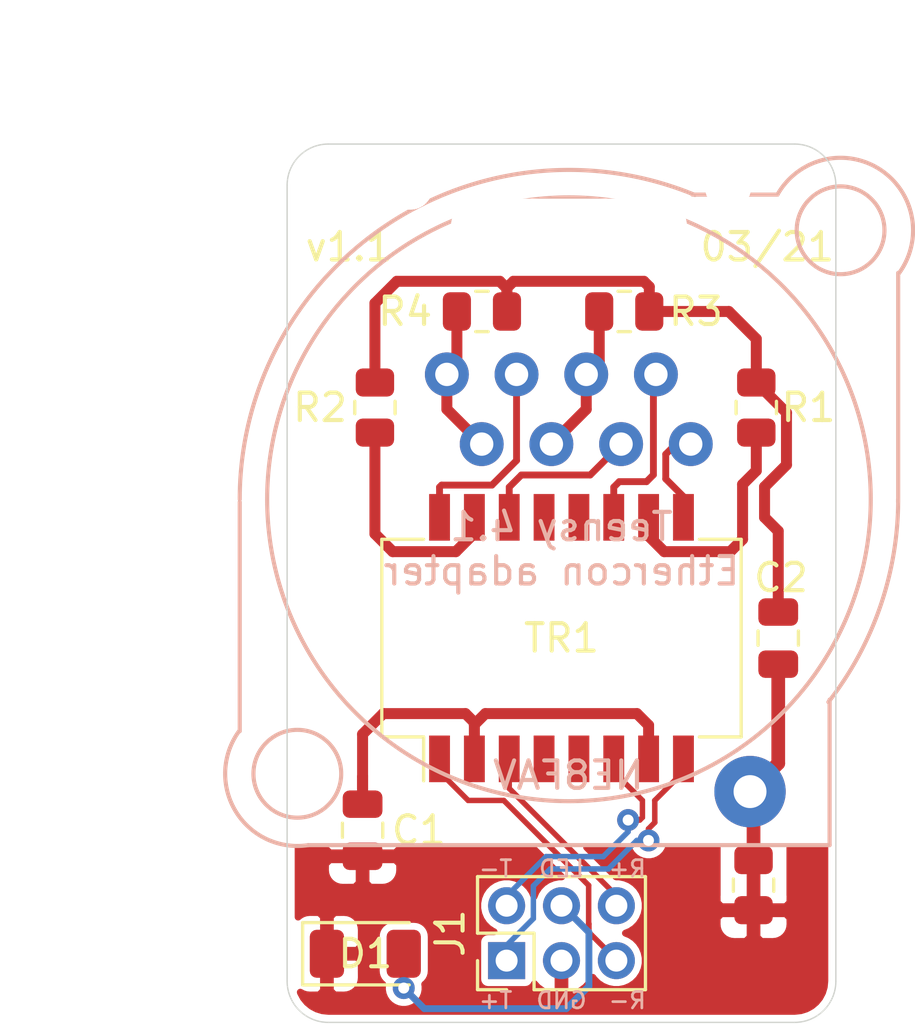
<source format=kicad_pcb>
(kicad_pcb (version 20171130) (host pcbnew 5.1.9)

  (general
    (thickness 1.6)
    (drawings 19)
    (tracks 122)
    (zones 0)
    (modules 12)
    (nets 18)
  )

  (page A4)
  (title_block
    (title "Teensy 4.1 Ethercon adapter")
    (date 2021-03-17)
    (rev 1.1)
    (company "Tom Magnier")
  )

  (layers
    (0 F.Cu signal)
    (31 B.Cu signal)
    (32 B.Adhes user)
    (33 F.Adhes user)
    (34 B.Paste user)
    (35 F.Paste user)
    (36 B.SilkS user)
    (37 F.SilkS user)
    (38 B.Mask user)
    (39 F.Mask user)
    (40 Dwgs.User user)
    (41 Cmts.User user)
    (42 Eco1.User user)
    (43 Eco2.User user)
    (44 Edge.Cuts user)
    (45 Margin user)
    (46 B.CrtYd user)
    (47 F.CrtYd user)
    (48 B.Fab user)
    (49 F.Fab user hide)
  )

  (setup
    (last_trace_width 0.25)
    (user_trace_width 0.2)
    (user_trace_width 0.4)
    (user_trace_width 0.5)
    (trace_clearance 0.2)
    (zone_clearance 0.25)
    (zone_45_only no)
    (trace_min 0.2)
    (via_size 0.8)
    (via_drill 0.4)
    (via_min_size 0.4)
    (via_min_drill 0.3)
    (uvia_size 0.3)
    (uvia_drill 0.1)
    (uvias_allowed no)
    (uvia_min_size 0.2)
    (uvia_min_drill 0.1)
    (edge_width 0.05)
    (segment_width 0.2)
    (pcb_text_width 0.3)
    (pcb_text_size 1.5 1.5)
    (mod_edge_width 0.12)
    (mod_text_size 1 1)
    (mod_text_width 0.15)
    (pad_size 1.524 1.524)
    (pad_drill 0.762)
    (pad_to_mask_clearance 0)
    (aux_axis_origin 135 115)
    (visible_elements FFFFFF7F)
    (pcbplotparams
      (layerselection 0x010f8_ffffffff)
      (usegerberextensions true)
      (usegerberattributes false)
      (usegerberadvancedattributes false)
      (creategerberjobfile true)
      (excludeedgelayer true)
      (linewidth 0.100000)
      (plotframeref false)
      (viasonmask false)
      (mode 1)
      (useauxorigin true)
      (hpglpennumber 1)
      (hpglpenspeed 20)
      (hpglpendiameter 15.000000)
      (psnegative false)
      (psa4output false)
      (plotreference true)
      (plotvalue true)
      (plotinvisibletext false)
      (padsonsilk false)
      (subtractmaskfromsilk false)
      (outputformat 1)
      (mirror false)
      (drillshape 0)
      (scaleselection 1)
      (outputdirectory "gerber"))
  )

  (net 0 "")
  (net 1 "Net-(C1-Pad1)")
  (net 2 "Net-(J2-Pad7)")
  (net 3 "Net-(J2-Pad4)")
  (net 4 GND)
  (net 5 "Net-(C2-Pad1)")
  (net 6 /LED)
  (net 7 /RX+)
  (net 8 /RX-)
  (net 9 /TX-)
  (net 10 /TX+)
  (net 11 "Net-(R1-Pad2)")
  (net 12 "Net-(R2-Pad2)")
  (net 13 /R-)
  (net 14 /R+)
  (net 15 /T-)
  (net 16 /T+)
  (net 17 GNDREF)

  (net_class Default "This is the default net class."
    (clearance 0.2)
    (trace_width 0.25)
    (via_dia 0.8)
    (via_drill 0.4)
    (uvia_dia 0.3)
    (uvia_drill 0.1)
    (add_net /LED)
    (add_net /R+)
    (add_net /R-)
    (add_net /RX+)
    (add_net /RX-)
    (add_net /T+)
    (add_net /T-)
    (add_net /TX+)
    (add_net /TX-)
    (add_net GND)
    (add_net GNDREF)
    (add_net "Net-(C1-Pad1)")
    (add_net "Net-(C2-Pad1)")
    (add_net "Net-(J2-Pad4)")
    (add_net "Net-(J2-Pad7)")
    (add_net "Net-(R1-Pad2)")
    (add_net "Net-(R2-Pad2)")
  )

  (module Connector_PinHeader_2.00mm:PinHeader_2x03_P2.00mm_Vertical (layer F.Cu) (tedit 59FED667) (tstamp 6013AEB8)
    (at 143 112.75 90)
    (descr "Through hole straight pin header, 2x03, 2.00mm pitch, double rows")
    (tags "Through hole pin header THT 2x03 2.00mm double row")
    (path /604DDFF5)
    (fp_text reference J1 (at 1 -2.06 90) (layer F.SilkS)
      (effects (font (size 1 1) (thickness 0.15)))
    )
    (fp_text value Conn_01x06 (at 1 6.06 90) (layer F.Fab)
      (effects (font (size 1 1) (thickness 0.15)))
    )
    (fp_line (start 0 -1) (end 3 -1) (layer F.Fab) (width 0.1))
    (fp_line (start 3 -1) (end 3 5) (layer F.Fab) (width 0.1))
    (fp_line (start 3 5) (end -1 5) (layer F.Fab) (width 0.1))
    (fp_line (start -1 5) (end -1 0) (layer F.Fab) (width 0.1))
    (fp_line (start -1 0) (end 0 -1) (layer F.Fab) (width 0.1))
    (fp_line (start -1.06 5.06) (end 3.06 5.06) (layer F.SilkS) (width 0.12))
    (fp_line (start -1.06 1) (end -1.06 5.06) (layer F.SilkS) (width 0.12))
    (fp_line (start 3.06 -1.06) (end 3.06 5.06) (layer F.SilkS) (width 0.12))
    (fp_line (start -1.06 1) (end 1 1) (layer F.SilkS) (width 0.12))
    (fp_line (start 1 1) (end 1 -1.06) (layer F.SilkS) (width 0.12))
    (fp_line (start 1 -1.06) (end 3.06 -1.06) (layer F.SilkS) (width 0.12))
    (fp_line (start -1.06 0) (end -1.06 -1.06) (layer F.SilkS) (width 0.12))
    (fp_line (start -1.06 -1.06) (end 0 -1.06) (layer F.SilkS) (width 0.12))
    (fp_line (start -1.5 -1.5) (end -1.5 5.5) (layer F.CrtYd) (width 0.05))
    (fp_line (start -1.5 5.5) (end 3.5 5.5) (layer F.CrtYd) (width 0.05))
    (fp_line (start 3.5 5.5) (end 3.5 -1.5) (layer F.CrtYd) (width 0.05))
    (fp_line (start 3.5 -1.5) (end -1.5 -1.5) (layer F.CrtYd) (width 0.05))
    (fp_text user %R (at 1 2) (layer F.Fab)
      (effects (font (size 1 1) (thickness 0.15)))
    )
    (pad 6 thru_hole oval (at 2 4 90) (size 1.35 1.35) (drill 0.8) (layers *.Cu *.Mask)
      (net 7 /RX+))
    (pad 5 thru_hole oval (at 0 4 90) (size 1.35 1.35) (drill 0.8) (layers *.Cu *.Mask)
      (net 8 /RX-))
    (pad 4 thru_hole oval (at 2 2 90) (size 1.35 1.35) (drill 0.8) (layers *.Cu *.Mask)
      (net 6 /LED))
    (pad 3 thru_hole oval (at 0 2 90) (size 1.35 1.35) (drill 0.8) (layers *.Cu *.Mask)
      (net 4 GND))
    (pad 2 thru_hole oval (at 2 0 90) (size 1.35 1.35) (drill 0.8) (layers *.Cu *.Mask)
      (net 9 /TX-))
    (pad 1 thru_hole rect (at 0 0 90) (size 1.35 1.35) (drill 0.8) (layers *.Cu *.Mask)
      (net 10 /TX+))
    (model ${KISYS3DMOD}/Connector_PinHeader_2.00mm.3dshapes/PinHeader_2x03_P2.00mm_Vertical.wrl
      (at (xyz 0 0 0))
      (scale (xyz 1 1 1))
      (rotate (xyz 0 0 0))
    )
  )

  (module Resistor_SMD:R_0805_2012Metric (layer F.Cu) (tedit 5F68FEEE) (tstamp 6051E9AA)
    (at 152 110 270)
    (descr "Resistor SMD 0805 (2012 Metric), square (rectangular) end terminal, IPC_7351 nominal, (Body size source: IPC-SM-782 page 72, https://www.pcb-3d.com/wordpress/wp-content/uploads/ipc-sm-782a_amendment_1_and_2.pdf), generated with kicad-footprint-generator")
    (tags resistor)
    (path /6052AE76)
    (attr smd)
    (fp_text reference R5 (at 0 -1.65 90) (layer F.SilkS) hide
      (effects (font (size 1 1) (thickness 0.15)))
    )
    (fp_text value DNP (at 0 1.65 90) (layer F.Fab)
      (effects (font (size 1 1) (thickness 0.15)))
    )
    (fp_line (start -1 0.625) (end -1 -0.625) (layer F.Fab) (width 0.1))
    (fp_line (start -1 -0.625) (end 1 -0.625) (layer F.Fab) (width 0.1))
    (fp_line (start 1 -0.625) (end 1 0.625) (layer F.Fab) (width 0.1))
    (fp_line (start 1 0.625) (end -1 0.625) (layer F.Fab) (width 0.1))
    (fp_line (start -0.227064 -0.735) (end 0.227064 -0.735) (layer F.SilkS) (width 0.12))
    (fp_line (start -0.227064 0.735) (end 0.227064 0.735) (layer F.SilkS) (width 0.12))
    (fp_line (start -1.68 0.95) (end -1.68 -0.95) (layer F.CrtYd) (width 0.05))
    (fp_line (start -1.68 -0.95) (end 1.68 -0.95) (layer F.CrtYd) (width 0.05))
    (fp_line (start 1.68 -0.95) (end 1.68 0.95) (layer F.CrtYd) (width 0.05))
    (fp_line (start 1.68 0.95) (end -1.68 0.95) (layer F.CrtYd) (width 0.05))
    (fp_text user %R (at 0 0 90) (layer F.Fab)
      (effects (font (size 0.5 0.5) (thickness 0.08)))
    )
    (pad 2 smd roundrect (at 0.9125 0 270) (size 1.025 1.4) (layers F.Cu F.Paste F.Mask) (roundrect_rratio 0.2439004878048781)
      (net 4 GND))
    (pad 1 smd roundrect (at -0.9125 0 270) (size 1.025 1.4) (layers F.Cu F.Paste F.Mask) (roundrect_rratio 0.2439004878048781)
      (net 17 GNDREF))
    (model ${KISYS3DMOD}/Resistor_SMD.3dshapes/R_0805_2012Metric.wrl
      (at (xyz 0 0 0))
      (scale (xyz 1 1 1))
      (rotate (xyz 0 0 0))
    )
  )

  (module NetTie:NetTie-2_SMD_Pad0.5mm (layer F.Cu) (tedit 5A1CF6D3) (tstamp 6051E919)
    (at 152 110 90)
    (descr "Net tie, 2 pin, 0.5mm square SMD pads")
    (tags "net tie")
    (path /6052BD96)
    (attr virtual)
    (fp_text reference NT1 (at 0 -1.2 90) (layer F.SilkS) hide
      (effects (font (size 1 1) (thickness 0.15)))
    )
    (fp_text value Net-Tie_2 (at 0 1.2 90) (layer F.Fab)
      (effects (font (size 1 1) (thickness 0.15)))
    )
    (fp_poly (pts (xy -0.5 -0.25) (xy 0.5 -0.25) (xy 0.5 0.25) (xy -0.5 0.25)) (layer F.Cu) (width 0))
    (fp_line (start 1 -0.5) (end -1 -0.5) (layer F.CrtYd) (width 0.05))
    (fp_line (start 1 0.5) (end 1 -0.5) (layer F.CrtYd) (width 0.05))
    (fp_line (start -1 0.5) (end 1 0.5) (layer F.CrtYd) (width 0.05))
    (fp_line (start -1 -0.5) (end -1 0.5) (layer F.CrtYd) (width 0.05))
    (pad 2 smd circle (at 0.5 0 90) (size 0.5 0.5) (layers F.Cu)
      (net 17 GNDREF))
    (pad 1 smd circle (at -0.5 0 90) (size 0.5 0.5) (layers F.Cu)
      (net 4 GND))
  )

  (module LED_SMD:LED_1206_3216Metric (layer F.Cu) (tedit 5F68FEF1) (tstamp 6051F133)
    (at 137.85 112.5)
    (descr "LED SMD 1206 (3216 Metric), square (rectangular) end terminal, IPC_7351 nominal, (Body size source: http://www.tortai-tech.com/upload/download/2011102023233369053.pdf), generated with kicad-footprint-generator")
    (tags LED)
    (path /604EF16F)
    (attr smd)
    (fp_text reference D1 (at 0 0) (layer F.SilkS)
      (effects (font (size 1 1) (thickness 0.15)))
    )
    (fp_text value LED (at 0 1.82) (layer F.Fab)
      (effects (font (size 1 1) (thickness 0.15)))
    )
    (fp_line (start 2.28 1.12) (end -2.28 1.12) (layer F.CrtYd) (width 0.05))
    (fp_line (start 2.28 -1.12) (end 2.28 1.12) (layer F.CrtYd) (width 0.05))
    (fp_line (start -2.28 -1.12) (end 2.28 -1.12) (layer F.CrtYd) (width 0.05))
    (fp_line (start -2.28 1.12) (end -2.28 -1.12) (layer F.CrtYd) (width 0.05))
    (fp_line (start -2.285 1.135) (end 1.6 1.135) (layer F.SilkS) (width 0.12))
    (fp_line (start -2.285 -1.135) (end -2.285 1.135) (layer F.SilkS) (width 0.12))
    (fp_line (start 1.6 -1.135) (end -2.285 -1.135) (layer F.SilkS) (width 0.12))
    (fp_line (start 1.6 0.8) (end 1.6 -0.8) (layer F.Fab) (width 0.1))
    (fp_line (start -1.6 0.8) (end 1.6 0.8) (layer F.Fab) (width 0.1))
    (fp_line (start -1.6 -0.4) (end -1.6 0.8) (layer F.Fab) (width 0.1))
    (fp_line (start -1.2 -0.8) (end -1.6 -0.4) (layer F.Fab) (width 0.1))
    (fp_line (start 1.6 -0.8) (end -1.2 -0.8) (layer F.Fab) (width 0.1))
    (fp_text user %R (at 0 0) (layer F.Fab)
      (effects (font (size 0.8 0.8) (thickness 0.12)))
    )
    (pad 2 smd roundrect (at 1.4 0) (size 1.25 1.75) (layers F.Cu F.Paste F.Mask) (roundrect_rratio 0.2)
      (net 6 /LED))
    (pad 1 smd roundrect (at -1.4 0) (size 1.25 1.75) (layers F.Cu F.Paste F.Mask) (roundrect_rratio 0.2)
      (net 4 GND))
    (model ${KISYS3DMOD}/LED_SMD.3dshapes/LED_1206_3216Metric.wrl
      (at (xyz 0 0 0))
      (scale (xyz 1 1 1))
      (rotate (xyz 0 0 0))
    )
  )

  (module Capacitor_SMD:C_0805_2012Metric (layer F.Cu) (tedit 5F68FEEE) (tstamp 6013AE9C)
    (at 137.75 108 270)
    (descr "Capacitor SMD 0805 (2012 Metric), square (rectangular) end terminal, IPC_7351 nominal, (Body size source: IPC-SM-782 page 76, https://www.pcb-3d.com/wordpress/wp-content/uploads/ipc-sm-782a_amendment_1_and_2.pdf, https://docs.google.com/spreadsheets/d/1BsfQQcO9C6DZCsRaXUlFlo91Tg2WpOkGARC1WS5S8t0/edit?usp=sharing), generated with kicad-footprint-generator")
    (tags capacitor)
    (path /604DFB3F)
    (attr smd)
    (fp_text reference C1 (at 0 -2.05 180) (layer F.SilkS)
      (effects (font (size 1 1) (thickness 0.15)))
    )
    (fp_text value 0.1uF/50V (at 0 1.68 90) (layer F.Fab)
      (effects (font (size 1 1) (thickness 0.15)))
    )
    (fp_line (start 1.7 0.98) (end -1.7 0.98) (layer F.CrtYd) (width 0.05))
    (fp_line (start 1.7 -0.98) (end 1.7 0.98) (layer F.CrtYd) (width 0.05))
    (fp_line (start -1.7 -0.98) (end 1.7 -0.98) (layer F.CrtYd) (width 0.05))
    (fp_line (start -1.7 0.98) (end -1.7 -0.98) (layer F.CrtYd) (width 0.05))
    (fp_line (start -0.261252 0.735) (end 0.261252 0.735) (layer F.SilkS) (width 0.12))
    (fp_line (start -0.261252 -0.735) (end 0.261252 -0.735) (layer F.SilkS) (width 0.12))
    (fp_line (start 1 0.625) (end -1 0.625) (layer F.Fab) (width 0.1))
    (fp_line (start 1 -0.625) (end 1 0.625) (layer F.Fab) (width 0.1))
    (fp_line (start -1 -0.625) (end 1 -0.625) (layer F.Fab) (width 0.1))
    (fp_line (start -1 0.625) (end -1 -0.625) (layer F.Fab) (width 0.1))
    (fp_text user %R (at 0 0 90) (layer F.Fab)
      (effects (font (size 0.5 0.5) (thickness 0.08)))
    )
    (pad 2 smd roundrect (at 0.95 0 270) (size 1 1.45) (layers F.Cu F.Paste F.Mask) (roundrect_rratio 0.25)
      (net 4 GND))
    (pad 1 smd roundrect (at -0.95 0 270) (size 1 1.45) (layers F.Cu F.Paste F.Mask) (roundrect_rratio 0.25)
      (net 1 "Net-(C1-Pad1)"))
    (model ${KISYS3DMOD}/Capacitor_SMD.3dshapes/C_0805_2012Metric.wrl
      (at (xyz 0 0 0))
      (scale (xyz 1 1 1))
      (rotate (xyz 0 0 0))
    )
  )

  (module Resistor_SMD:R_0805_2012Metric (layer F.Cu) (tedit 5F68FEEE) (tstamp 6013B7A7)
    (at 142.1 89.1)
    (descr "Resistor SMD 0805 (2012 Metric), square (rectangular) end terminal, IPC_7351 nominal, (Body size source: IPC-SM-782 page 72, https://www.pcb-3d.com/wordpress/wp-content/uploads/ipc-sm-782a_amendment_1_and_2.pdf), generated with kicad-footprint-generator")
    (tags resistor)
    (path /60513CFD)
    (attr smd)
    (fp_text reference R4 (at -2.8 0) (layer F.SilkS)
      (effects (font (size 1 1) (thickness 0.15)))
    )
    (fp_text value 75R (at 0 1.65) (layer F.Fab)
      (effects (font (size 1 1) (thickness 0.15)))
    )
    (fp_line (start 1.68 0.95) (end -1.68 0.95) (layer F.CrtYd) (width 0.05))
    (fp_line (start 1.68 -0.95) (end 1.68 0.95) (layer F.CrtYd) (width 0.05))
    (fp_line (start -1.68 -0.95) (end 1.68 -0.95) (layer F.CrtYd) (width 0.05))
    (fp_line (start -1.68 0.95) (end -1.68 -0.95) (layer F.CrtYd) (width 0.05))
    (fp_line (start -0.227064 0.735) (end 0.227064 0.735) (layer F.SilkS) (width 0.12))
    (fp_line (start -0.227064 -0.735) (end 0.227064 -0.735) (layer F.SilkS) (width 0.12))
    (fp_line (start 1 0.625) (end -1 0.625) (layer F.Fab) (width 0.1))
    (fp_line (start 1 -0.625) (end 1 0.625) (layer F.Fab) (width 0.1))
    (fp_line (start -1 -0.625) (end 1 -0.625) (layer F.Fab) (width 0.1))
    (fp_line (start -1 0.625) (end -1 -0.625) (layer F.Fab) (width 0.1))
    (fp_text user %R (at 0 0) (layer F.Fab)
      (effects (font (size 0.5 0.5) (thickness 0.08)))
    )
    (pad 2 smd roundrect (at 0.9125 0) (size 1.025 1.4) (layers F.Cu F.Paste F.Mask) (roundrect_rratio 0.2439004878048781)
      (net 5 "Net-(C2-Pad1)"))
    (pad 1 smd roundrect (at -0.9125 0) (size 1.025 1.4) (layers F.Cu F.Paste F.Mask) (roundrect_rratio 0.2439004878048781)
      (net 2 "Net-(J2-Pad7)"))
    (model ${KISYS3DMOD}/Resistor_SMD.3dshapes/R_0805_2012Metric.wrl
      (at (xyz 0 0 0))
      (scale (xyz 1 1 1))
      (rotate (xyz 0 0 0))
    )
  )

  (module Resistor_SMD:R_0805_2012Metric (layer F.Cu) (tedit 5F68FEEE) (tstamp 6013B796)
    (at 147.2875 89.1)
    (descr "Resistor SMD 0805 (2012 Metric), square (rectangular) end terminal, IPC_7351 nominal, (Body size source: IPC-SM-782 page 72, https://www.pcb-3d.com/wordpress/wp-content/uploads/ipc-sm-782a_amendment_1_and_2.pdf), generated with kicad-footprint-generator")
    (tags resistor)
    (path /6050B177)
    (attr smd)
    (fp_text reference R3 (at 2.6125 0) (layer F.SilkS)
      (effects (font (size 1 1) (thickness 0.15)))
    )
    (fp_text value 75R (at 0 1.65) (layer F.Fab)
      (effects (font (size 1 1) (thickness 0.15)))
    )
    (fp_line (start 1.68 0.95) (end -1.68 0.95) (layer F.CrtYd) (width 0.05))
    (fp_line (start 1.68 -0.95) (end 1.68 0.95) (layer F.CrtYd) (width 0.05))
    (fp_line (start -1.68 -0.95) (end 1.68 -0.95) (layer F.CrtYd) (width 0.05))
    (fp_line (start -1.68 0.95) (end -1.68 -0.95) (layer F.CrtYd) (width 0.05))
    (fp_line (start -0.227064 0.735) (end 0.227064 0.735) (layer F.SilkS) (width 0.12))
    (fp_line (start -0.227064 -0.735) (end 0.227064 -0.735) (layer F.SilkS) (width 0.12))
    (fp_line (start 1 0.625) (end -1 0.625) (layer F.Fab) (width 0.1))
    (fp_line (start 1 -0.625) (end 1 0.625) (layer F.Fab) (width 0.1))
    (fp_line (start -1 -0.625) (end 1 -0.625) (layer F.Fab) (width 0.1))
    (fp_line (start -1 0.625) (end -1 -0.625) (layer F.Fab) (width 0.1))
    (fp_text user %R (at 0 0) (layer F.Fab)
      (effects (font (size 0.5 0.5) (thickness 0.08)))
    )
    (pad 2 smd roundrect (at 0.9125 0) (size 1.025 1.4) (layers F.Cu F.Paste F.Mask) (roundrect_rratio 0.2439004878048781)
      (net 5 "Net-(C2-Pad1)"))
    (pad 1 smd roundrect (at -0.9125 0) (size 1.025 1.4) (layers F.Cu F.Paste F.Mask) (roundrect_rratio 0.2439004878048781)
      (net 3 "Net-(J2-Pad4)"))
    (model ${KISYS3DMOD}/Resistor_SMD.3dshapes/R_0805_2012Metric.wrl
      (at (xyz 0 0 0))
      (scale (xyz 1 1 1))
      (rotate (xyz 0 0 0))
    )
  )

  (module Resistor_SMD:R_0805_2012Metric (layer F.Cu) (tedit 5F68FEEE) (tstamp 6013B785)
    (at 138.2 92.6 270)
    (descr "Resistor SMD 0805 (2012 Metric), square (rectangular) end terminal, IPC_7351 nominal, (Body size source: IPC-SM-782 page 72, https://www.pcb-3d.com/wordpress/wp-content/uploads/ipc-sm-782a_amendment_1_and_2.pdf), generated with kicad-footprint-generator")
    (tags resistor)
    (path /60515A93)
    (attr smd)
    (fp_text reference R2 (at 0 2 180) (layer F.SilkS)
      (effects (font (size 1 1) (thickness 0.15)))
    )
    (fp_text value 75R (at 0 1.65 90) (layer F.Fab)
      (effects (font (size 1 1) (thickness 0.15)))
    )
    (fp_line (start 1.68 0.95) (end -1.68 0.95) (layer F.CrtYd) (width 0.05))
    (fp_line (start 1.68 -0.95) (end 1.68 0.95) (layer F.CrtYd) (width 0.05))
    (fp_line (start -1.68 -0.95) (end 1.68 -0.95) (layer F.CrtYd) (width 0.05))
    (fp_line (start -1.68 0.95) (end -1.68 -0.95) (layer F.CrtYd) (width 0.05))
    (fp_line (start -0.227064 0.735) (end 0.227064 0.735) (layer F.SilkS) (width 0.12))
    (fp_line (start -0.227064 -0.735) (end 0.227064 -0.735) (layer F.SilkS) (width 0.12))
    (fp_line (start 1 0.625) (end -1 0.625) (layer F.Fab) (width 0.1))
    (fp_line (start 1 -0.625) (end 1 0.625) (layer F.Fab) (width 0.1))
    (fp_line (start -1 -0.625) (end 1 -0.625) (layer F.Fab) (width 0.1))
    (fp_line (start -1 0.625) (end -1 -0.625) (layer F.Fab) (width 0.1))
    (fp_text user %R (at 0 0 90) (layer F.Fab)
      (effects (font (size 0.5 0.5) (thickness 0.08)))
    )
    (pad 2 smd roundrect (at 0.9125 0 270) (size 1.025 1.4) (layers F.Cu F.Paste F.Mask) (roundrect_rratio 0.2439004878048781)
      (net 12 "Net-(R2-Pad2)"))
    (pad 1 smd roundrect (at -0.9125 0 270) (size 1.025 1.4) (layers F.Cu F.Paste F.Mask) (roundrect_rratio 0.2439004878048781)
      (net 5 "Net-(C2-Pad1)"))
    (model ${KISYS3DMOD}/Resistor_SMD.3dshapes/R_0805_2012Metric.wrl
      (at (xyz 0 0 0))
      (scale (xyz 1 1 1))
      (rotate (xyz 0 0 0))
    )
  )

  (module Resistor_SMD:R_0805_2012Metric (layer F.Cu) (tedit 5F68FEEE) (tstamp 6013B774)
    (at 152.1 92.6 270)
    (descr "Resistor SMD 0805 (2012 Metric), square (rectangular) end terminal, IPC_7351 nominal, (Body size source: IPC-SM-782 page 72, https://www.pcb-3d.com/wordpress/wp-content/uploads/ipc-sm-782a_amendment_1_and_2.pdf), generated with kicad-footprint-generator")
    (tags resistor)
    (path /605155B2)
    (attr smd)
    (fp_text reference R1 (at 0 -1.9 180) (layer F.SilkS)
      (effects (font (size 1 1) (thickness 0.15)))
    )
    (fp_text value 75R (at 0 1.65 90) (layer F.Fab)
      (effects (font (size 1 1) (thickness 0.15)))
    )
    (fp_line (start 1.68 0.95) (end -1.68 0.95) (layer F.CrtYd) (width 0.05))
    (fp_line (start 1.68 -0.95) (end 1.68 0.95) (layer F.CrtYd) (width 0.05))
    (fp_line (start -1.68 -0.95) (end 1.68 -0.95) (layer F.CrtYd) (width 0.05))
    (fp_line (start -1.68 0.95) (end -1.68 -0.95) (layer F.CrtYd) (width 0.05))
    (fp_line (start -0.227064 0.735) (end 0.227064 0.735) (layer F.SilkS) (width 0.12))
    (fp_line (start -0.227064 -0.735) (end 0.227064 -0.735) (layer F.SilkS) (width 0.12))
    (fp_line (start 1 0.625) (end -1 0.625) (layer F.Fab) (width 0.1))
    (fp_line (start 1 -0.625) (end 1 0.625) (layer F.Fab) (width 0.1))
    (fp_line (start -1 -0.625) (end 1 -0.625) (layer F.Fab) (width 0.1))
    (fp_line (start -1 0.625) (end -1 -0.625) (layer F.Fab) (width 0.1))
    (fp_text user %R (at 0 0 90) (layer F.Fab)
      (effects (font (size 0.5 0.5) (thickness 0.08)))
    )
    (pad 2 smd roundrect (at 0.9125 0 270) (size 1.025 1.4) (layers F.Cu F.Paste F.Mask) (roundrect_rratio 0.2439004878048781)
      (net 11 "Net-(R1-Pad2)"))
    (pad 1 smd roundrect (at -0.9125 0 270) (size 1.025 1.4) (layers F.Cu F.Paste F.Mask) (roundrect_rratio 0.2439004878048781)
      (net 5 "Net-(C2-Pad1)"))
    (model ${KISYS3DMOD}/Resistor_SMD.3dshapes/R_0805_2012Metric.wrl
      (at (xyz 0 0 0))
      (scale (xyz 1 1 1))
      (rotate (xyz 0 0 0))
    )
  )

  (module Capacitor_SMD:C_0805_2012Metric (layer F.Cu) (tedit 5F68FEEE) (tstamp 6013B6D1)
    (at 152.9 101 270)
    (descr "Capacitor SMD 0805 (2012 Metric), square (rectangular) end terminal, IPC_7351 nominal, (Body size source: IPC-SM-782 page 76, https://www.pcb-3d.com/wordpress/wp-content/uploads/ipc-sm-782a_amendment_1_and_2.pdf, https://docs.google.com/spreadsheets/d/1BsfQQcO9C6DZCsRaXUlFlo91Tg2WpOkGARC1WS5S8t0/edit?usp=sharing), generated with kicad-footprint-generator")
    (tags capacitor)
    (path /6051B278)
    (attr smd)
    (fp_text reference C2 (at -2.2 -0.1 180) (layer F.SilkS)
      (effects (font (size 1 1) (thickness 0.15)))
    )
    (fp_text value 1000pF/2kV (at 0 1.68 90) (layer F.Fab)
      (effects (font (size 1 1) (thickness 0.15)))
    )
    (fp_line (start 1.7 0.98) (end -1.7 0.98) (layer F.CrtYd) (width 0.05))
    (fp_line (start 1.7 -0.98) (end 1.7 0.98) (layer F.CrtYd) (width 0.05))
    (fp_line (start -1.7 -0.98) (end 1.7 -0.98) (layer F.CrtYd) (width 0.05))
    (fp_line (start -1.7 0.98) (end -1.7 -0.98) (layer F.CrtYd) (width 0.05))
    (fp_line (start -0.261252 0.735) (end 0.261252 0.735) (layer F.SilkS) (width 0.12))
    (fp_line (start -0.261252 -0.735) (end 0.261252 -0.735) (layer F.SilkS) (width 0.12))
    (fp_line (start 1 0.625) (end -1 0.625) (layer F.Fab) (width 0.1))
    (fp_line (start 1 -0.625) (end 1 0.625) (layer F.Fab) (width 0.1))
    (fp_line (start -1 -0.625) (end 1 -0.625) (layer F.Fab) (width 0.1))
    (fp_line (start -1 0.625) (end -1 -0.625) (layer F.Fab) (width 0.1))
    (fp_text user %R (at 0 0 90) (layer F.Fab)
      (effects (font (size 0.5 0.5) (thickness 0.08)))
    )
    (pad 2 smd roundrect (at 0.95 0 270) (size 1 1.45) (layers F.Cu F.Paste F.Mask) (roundrect_rratio 0.25)
      (net 17 GNDREF))
    (pad 1 smd roundrect (at -0.95 0 270) (size 1 1.45) (layers F.Cu F.Paste F.Mask) (roundrect_rratio 0.25)
      (net 5 "Net-(C2-Pad1)"))
    (model ${KISYS3DMOD}/Capacitor_SMD.3dshapes/C_0805_2012Metric.wrl
      (at (xyz 0 0 0))
      (scale (xyz 1 1 1))
      (rotate (xyz 0 0 0))
    )
  )

  (module tom_kicad_lib:Neutrik_EtherCON_NE8FAV_1x8P_GND_Female_Vertical (layer B.Cu) (tedit 6011A2A4) (tstamp 6013AEDD)
    (at 145.271968 96.041968 180)
    (path /604E8305)
    (fp_text reference J2 (at 0 13.8) (layer B.SilkS) hide
      (effects (font (size 1 1) (thickness 0.15)) (justify mirror))
    )
    (fp_text value NE8FAV (at 0.021968 -9.958032) (layer B.SilkS)
      (effects (font (size 1 1) (thickness 0.15)) (justify mirror))
    )
    (fp_line (start 12 -12) (end -9.5 -12) (layer B.CrtYd) (width 0.05))
    (fp_line (start -9.5 -7.33) (end -9.5 -12) (layer B.CrtYd) (width 0.05))
    (fp_line (start -7.6 11.2) (end -4.5 11.2) (layer B.SilkS) (width 0.15))
    (fp_line (start 12 -8.35) (end 12 0) (layer B.SilkS) (width 0.15))
    (fp_line (start 9.5 -12.5) (end -9.5 -12.5) (layer B.SilkS) (width 0.15))
    (fp_line (start -9.5 -7.2) (end -9.5 -12.5) (layer B.SilkS) (width 0.15))
    (fp_line (start -12 8.35) (end -12 0) (layer B.SilkS) (width 0.15))
    (fp_line (start -12 0) (end -12 12) (layer B.CrtYd) (width 0.05))
    (fp_line (start 12 0) (end 12 -12) (layer B.CrtYd) (width 0.05))
    (fp_line (start -12 12) (end 0 12) (layer B.CrtYd) (width 0.05))
    (fp_circle (center 9.9 -9.9) (end 11.5 -9.9) (layer B.SilkS) (width 0.15))
    (fp_circle (center -9.9 9.9) (end -8.3 9.9) (layer B.SilkS) (width 0.15))
    (fp_circle (center 0 0.1) (end 11 0.1) (layer B.SilkS) (width 0.15))
    (fp_arc (start 9.9 -9.9) (end 9.500001 -12.499999) (angle 135.1770204) (layer B.SilkS) (width 0.15))
    (fp_arc (start 0 0) (end 12 0) (angle 90) (layer B.CrtYd) (width 0.05))
    (fp_arc (start 0 0) (end -12 0) (angle 37.6) (layer B.CrtYd) (width 0.05))
    (fp_arc (start -9.9 9.9) (end -7.600001 11.199999) (angle 186.9549691) (layer B.SilkS) (width 0.15))
    (fp_arc (start 0 0.1) (end 12 0.1) (angle 112.5) (layer B.SilkS) (width 0.15))
    (fp_arc (start 0 0.1) (end -12 0.1) (angle 38) (layer B.SilkS) (width 0.15))
    (pad "" np_thru_hole oval (at 0 10.05 180) (size 8.6 2) (drill oval 8.6 2) (layers *.Cu *.Mask))
    (pad "" np_thru_hole circle (at 5.8 11.5 180) (size 1.7 1.7) (drill 1.7) (layers *.Cu *.Mask))
    (pad "" np_thru_hole circle (at -5.8 11.5 180) (size 1.7 1.7) (drill 1.7) (layers *.Cu *.Mask))
    (pad "" np_thru_hole circle (at -8.425 0 180) (size 1.7 1.7) (drill 1.7) (layers *.Cu *.Mask))
    (pad "" np_thru_hole circle (at 8.425 0 180) (size 1.7 1.7) (drill 1.7) (layers *.Cu *.Mask))
    (pad 8 thru_hole circle (at 4.45 4.65 180) (size 1.6 1.6) (drill 0.85) (layers *.Cu *.Mask)
      (net 2 "Net-(J2-Pad7)"))
    (pad 7 thru_hole circle (at 3.18 2.11 180) (size 1.6 1.6) (drill 0.85) (layers *.Cu *.Mask)
      (net 2 "Net-(J2-Pad7)"))
    (pad 6 thru_hole circle (at 1.91 4.65 180) (size 1.6 1.6) (drill 0.85) (layers *.Cu *.Mask)
      (net 13 /R-))
    (pad 5 thru_hole circle (at 0.64 2.11 180) (size 1.6 1.6) (drill 0.85) (layers *.Cu *.Mask)
      (net 3 "Net-(J2-Pad4)"))
    (pad 4 thru_hole circle (at -0.63 4.65 180) (size 1.6 1.6) (drill 0.85) (layers *.Cu *.Mask)
      (net 3 "Net-(J2-Pad4)"))
    (pad 3 thru_hole circle (at -1.9 2.11 180) (size 1.6 1.6) (drill 0.85) (layers *.Cu *.Mask)
      (net 14 /R+))
    (pad 2 thru_hole circle (at -3.17 4.65 180) (size 1.6 1.6) (drill 0.85) (layers *.Cu *.Mask)
      (net 15 /T-))
    (pad 1 thru_hole circle (at -4.44 2.11 180) (size 1.6 1.6) (drill 0.85) (layers *.Cu *.Mask)
      (net 16 /T+))
    (pad SH thru_hole circle (at -6.6 -10.55 180) (size 2.6 2.6) (drill 1.2) (layers *.Cu *.Mask)
      (net 17 GNDREF))
    (model ${KISYS3DMOD}/Connector_Neutrik.3dshapes/Neutrik_EtherCON_NE8FAV_1x8P_GND_Female_Vertical.wrl
      (at (xyz 0 0 0))
      (scale (xyz 1 1 1))
      (rotate (xyz 0 0 0))
    )
    (model /home/tom/Téléchargements/ne8fav-1.stp
      (offset (xyz 0 0 18.5))
      (scale (xyz 1 1 1))
      (rotate (xyz 0 0 0))
    )
  )

  (module Transformer_SMD:Transformer_Ethernet_Bourns_PT61017PEL (layer F.Cu) (tedit 5C422741) (tstamp 6013D3C4)
    (at 145 101 90)
    (descr https://www.bourns.com/docs/Product-Datasheets/PT61017PEL.pdf)
    (tags "Transformer Ethernet Single Center-Tap")
    (path /604E3B92)
    (attr smd)
    (fp_text reference TR1 (at 0 0 180) (layer F.SilkS)
      (effects (font (size 1 1) (thickness 0.15)))
    )
    (fp_text value PT61017PEL (at 0 1.5 90) (layer F.Fab)
      (effects (font (size 1 1) (thickness 0.15)))
    )
    (fp_line (start -3.45 -5.4) (end -3.45 6.4) (layer F.Fab) (width 0.1))
    (fp_line (start -3.45 6.4) (end 3.45 6.4) (layer F.Fab) (width 0.1))
    (fp_line (start 3.45 6.4) (end 3.45 -6.4) (layer F.Fab) (width 0.1))
    (fp_line (start 3.45 -6.4) (end -2.45 -6.4) (layer F.Fab) (width 0.1))
    (fp_line (start -2.45 -6.4) (end -3.45 -5.4) (layer F.Fab) (width 0.1))
    (fp_line (start -5.2 -5.025) (end -3.6 -5.025) (layer F.SilkS) (width 0.12))
    (fp_line (start -3.6 -5.025) (end -3.6 -6.55) (layer F.SilkS) (width 0.12))
    (fp_line (start -3.6 -6.55) (end 3.6 -6.55) (layer F.SilkS) (width 0.12))
    (fp_line (start 3.6 -6.55) (end 3.6 -5.025) (layer F.SilkS) (width 0.12))
    (fp_line (start -3.6 5.025) (end -3.6 6.55) (layer F.SilkS) (width 0.12))
    (fp_line (start -3.6 6.55) (end 3.6 6.55) (layer F.SilkS) (width 0.12))
    (fp_line (start 3.6 6.55) (end 3.6 5.025) (layer F.SilkS) (width 0.12))
    (fp_line (start -5.5 -5.1) (end -5.5 5.1) (layer F.CrtYd) (width 0.05))
    (fp_line (start -3.7 -5.1) (end -5.5 -5.1) (layer F.CrtYd) (width 0.05))
    (fp_line (start -3.7 -5.1) (end -3.7 -6.65) (layer F.CrtYd) (width 0.05))
    (fp_line (start -3.7 -6.65) (end 3.7 -6.65) (layer F.CrtYd) (width 0.05))
    (fp_line (start -5.5 5.1) (end -3.7 5.1) (layer F.CrtYd) (width 0.05))
    (fp_line (start -3.7 5.1) (end -3.7 6.65) (layer F.CrtYd) (width 0.05))
    (fp_line (start -3.7 6.65) (end 3.7 6.65) (layer F.CrtYd) (width 0.05))
    (fp_line (start 3.7 6.65) (end 3.7 5.1) (layer F.CrtYd) (width 0.05))
    (fp_line (start 3.7 5.1) (end 5.5 5.1) (layer F.CrtYd) (width 0.05))
    (fp_line (start 5.5 5.1) (end 5.5 -5.1) (layer F.CrtYd) (width 0.05))
    (fp_line (start 5.5 -5.1) (end 3.7 -5.1) (layer F.CrtYd) (width 0.05))
    (fp_line (start 3.7 -5.1) (end 3.7 -6.65) (layer F.CrtYd) (width 0.05))
    (fp_text user %R (at 0 0 90) (layer F.Fab)
      (effects (font (size 1 1) (thickness 0.15)))
    )
    (pad 1 smd rect (at -4.4 -4.445 90) (size 1.7 0.76) (layers F.Cu F.Paste F.Mask)
      (net 8 /RX-))
    (pad 2 smd rect (at -4.4 -3.175 90) (size 1.7 0.76) (layers F.Cu F.Paste F.Mask)
      (net 1 "Net-(C1-Pad1)"))
    (pad 3 smd rect (at -4.4 -1.905 90) (size 1.7 0.76) (layers F.Cu F.Paste F.Mask)
      (net 7 /RX+))
    (pad 4 smd rect (at -4.4 -0.635 90) (size 1.7 0.76) (layers F.Cu F.Paste F.Mask))
    (pad 7 smd rect (at -4.4 3.175 90) (size 1.7 0.76) (layers F.Cu F.Paste F.Mask)
      (net 1 "Net-(C1-Pad1)"))
    (pad 5 smd rect (at -4.4 0.635 90) (size 1.7 0.76) (layers F.Cu F.Paste F.Mask))
    (pad 6 smd rect (at -4.4 1.905 90) (size 1.7 0.76) (layers F.Cu F.Paste F.Mask)
      (net 9 /TX-))
    (pad 8 smd rect (at -4.4 4.445 90) (size 1.7 0.76) (layers F.Cu F.Paste F.Mask)
      (net 10 /TX+))
    (pad 14 smd rect (at 4.4 -1.905 90) (size 1.7 0.76) (layers F.Cu F.Paste F.Mask)
      (net 14 /R+))
    (pad 11 smd rect (at 4.4 1.905 90) (size 1.7 0.76) (layers F.Cu F.Paste F.Mask)
      (net 15 /T-))
    (pad 9 smd rect (at 4.4 4.445 90) (size 1.7 0.76) (layers F.Cu F.Paste F.Mask)
      (net 16 /T+))
    (pad 15 smd rect (at 4.4 -3.175 90) (size 1.7 0.76) (layers F.Cu F.Paste F.Mask)
      (net 12 "Net-(R2-Pad2)"))
    (pad 10 smd rect (at 4.4 3.175 90) (size 1.7 0.76) (layers F.Cu F.Paste F.Mask)
      (net 11 "Net-(R1-Pad2)"))
    (pad 13 smd rect (at 4.4 -0.635 90) (size 1.7 0.76) (layers F.Cu F.Paste F.Mask))
    (pad 16 smd rect (at 4.4 -4.445 90) (size 1.7 0.76) (layers F.Cu F.Paste F.Mask)
      (net 13 /R-))
    (pad 12 smd rect (at 4.4 0.635 90) (size 1.7 0.76) (layers F.Cu F.Paste F.Mask))
    (model ${KISYS3DMOD}/Transformer_SMD.3dshapes/Transformer_Ethernet_Bourns_PT61017PEL.wrl
      (at (xyz 0 0 0))
      (scale (xyz 1 1 1))
      (rotate (xyz 0 0 0))
    )
    (model /home/tom/Téléchargements/PT61017PEL.stp
      (offset (xyz 0 0 0.6))
      (scale (xyz 1 1 1))
      (rotate (xyz 90 0 0))
    )
  )

  (gr_text 03/21 (at 152.5 86.75) (layer F.SilkS)
    (effects (font (size 1 1) (thickness 0.15)))
  )
  (gr_text v1.1 (at 137.25 86.75) (layer F.SilkS)
    (effects (font (size 1 1) (thickness 0.15)))
  )
  (gr_text "Teensy 4.1\nEthercon adapter" (at 145 97.75) (layer B.SilkS)
    (effects (font (size 1 1) (thickness 0.15)) (justify mirror))
  )
  (dimension 32 (width 0.15) (layer Eco1.User)
    (gr_text "32,000 mm" (at 128.2 99 90) (layer Eco1.User)
      (effects (font (size 1 1) (thickness 0.15)))
    )
    (feature1 (pts (xy 135 83) (xy 128.913579 83)))
    (feature2 (pts (xy 135 115) (xy 128.913579 115)))
    (crossbar (pts (xy 129.5 115) (xy 129.5 83)))
    (arrow1a (pts (xy 129.5 83) (xy 130.086421 84.126504)))
    (arrow1b (pts (xy 129.5 83) (xy 128.913579 84.126504)))
    (arrow2a (pts (xy 129.5 115) (xy 130.086421 113.873496)))
    (arrow2b (pts (xy 129.5 115) (xy 128.913579 113.873496)))
  )
  (dimension 20 (width 0.15) (layer Eco1.User)
    (gr_text "20,000 mm" (at 145 78.45) (layer Eco1.User)
      (effects (font (size 1 1) (thickness 0.15)))
    )
    (feature1 (pts (xy 155 83) (xy 155 79.163579)))
    (feature2 (pts (xy 135 83) (xy 135 79.163579)))
    (crossbar (pts (xy 135 79.75) (xy 155 79.75)))
    (arrow1a (pts (xy 155 79.75) (xy 153.873496 80.336421)))
    (arrow1b (pts (xy 155 79.75) (xy 153.873496 79.163579)))
    (arrow2a (pts (xy 135 79.75) (xy 136.126504 80.336421)))
    (arrow2b (pts (xy 135 79.75) (xy 136.126504 79.163579)))
  )
  (gr_text T- (at 142.6 109.4) (layer B.SilkS) (tstamp 6012E845)
    (effects (font (size 0.6 0.6) (thickness 0.1)) (justify mirror))
  )
  (gr_text LED (at 145 109.4) (layer B.SilkS) (tstamp 60522076)
    (effects (font (size 0.6 0.6) (thickness 0.1)) (justify mirror))
  )
  (gr_text R+ (at 147.4 109.4) (layer B.SilkS) (tstamp 6012E83D)
    (effects (font (size 0.6 0.6) (thickness 0.1)) (justify mirror))
  )
  (gr_text T+ (at 142.6 114.2) (layer B.SilkS) (tstamp 6012E83A)
    (effects (font (size 0.6 0.6) (thickness 0.1)) (justify mirror))
  )
  (gr_text GND (at 145 114.2) (layer B.SilkS) (tstamp 6012E836)
    (effects (font (size 0.6 0.6) (thickness 0.1)) (justify mirror))
  )
  (gr_text R- (at 147.4 114.2) (layer B.SilkS)
    (effects (font (size 0.6 0.6) (thickness 0.1)) (justify mirror))
  )
  (gr_arc (start 136.5 113.5) (end 135 113.5) (angle -90) (layer Edge.Cuts) (width 0.05))
  (gr_arc (start 153.5 113.5) (end 153.5 115) (angle -90) (layer Edge.Cuts) (width 0.05))
  (gr_arc (start 153.5 84.5) (end 155 84.5) (angle -90) (layer Edge.Cuts) (width 0.05))
  (gr_arc (start 136.5 84.5) (end 136.5 83) (angle -90) (layer Edge.Cuts) (width 0.05))
  (gr_line (start 155 113.5) (end 155 84.5) (layer Edge.Cuts) (width 0.05) (tstamp 6013DDB7))
  (gr_line (start 136.5 115) (end 153.5 115) (layer Edge.Cuts) (width 0.05))
  (gr_line (start 135 84.5) (end 135 113.5) (layer Edge.Cuts) (width 0.05))
  (gr_line (start 153.5 83) (end 136.5 83) (layer Edge.Cuts) (width 0.05))

  (segment (start 148.175 104.175) (end 148.175 105.4) (width 0.4) (layer F.Cu) (net 1))
  (segment (start 147.75 103.75) (end 148.175 104.175) (width 0.4) (layer F.Cu) (net 1))
  (segment (start 142.225 103.75) (end 147.75 103.75) (width 0.4) (layer F.Cu) (net 1))
  (segment (start 141.825 104.15) (end 142.225 103.75) (width 0.4) (layer F.Cu) (net 1))
  (segment (start 141.825 105.4) (end 141.825 104.15) (width 0.4) (layer F.Cu) (net 1))
  (segment (start 141.825 104.15) (end 141.825 104.075) (width 0.4) (layer F.Cu) (net 1))
  (segment (start 141.825 104.075) (end 141.5 103.75) (width 0.4) (layer F.Cu) (net 1))
  (segment (start 137.75 104.5) (end 138.5 103.75) (width 0.4) (layer F.Cu) (net 1))
  (segment (start 141.5 103.75) (end 138.5 103.75) (width 0.4) (layer F.Cu) (net 1))
  (segment (start 137.75 107.05) (end 137.75 106.05) (width 0.4) (layer F.Cu) (net 1))
  (segment (start 137.75 106.05) (end 137.75 104.5) (width 0.4) (layer F.Cu) (net 1))
  (segment (start 137.75 106.5) (end 137.75 106.05) (width 0.4) (layer F.Cu) (net 1))
  (segment (start 141.1875 91.026436) (end 140.821968 91.391968) (width 0.4) (layer F.Cu) (net 2))
  (segment (start 141.1875 89.1) (end 141.1875 91.026436) (width 0.4) (layer F.Cu) (net 2))
  (segment (start 140.821968 92.661968) (end 142.091968 93.931968) (width 0.4) (layer F.Cu) (net 2))
  (segment (start 140.821968 91.391968) (end 140.821968 92.661968) (width 0.4) (layer F.Cu) (net 2))
  (segment (start 146.375 90.918936) (end 145.901968 91.391968) (width 0.4) (layer F.Cu) (net 3))
  (segment (start 146.375 89.1) (end 146.375 90.918936) (width 0.4) (layer F.Cu) (net 3))
  (segment (start 145.901968 92.661968) (end 144.631968 93.931968) (width 0.4) (layer F.Cu) (net 3))
  (segment (start 145.901968 91.391968) (end 145.901968 92.661968) (width 0.4) (layer F.Cu) (net 3))
  (segment (start 144.84 113.1) (end 144.84 112.84) (width 0.4) (layer F.Cu) (net 4))
  (segment (start 152 110.9125) (end 150.3375 110.9125) (width 0.5) (layer F.Cu) (net 4))
  (segment (start 152 110.9125) (end 153.4125 110.9125) (width 0.5) (layer F.Cu) (net 4))
  (segment (start 152.1 91.6875) (end 152.1 90.1) (width 0.4) (layer F.Cu) (net 5))
  (segment (start 151.1 89.1) (end 148.2 89.1) (width 0.4) (layer F.Cu) (net 5))
  (segment (start 152.1 90.1) (end 151.1 89.1) (width 0.4) (layer F.Cu) (net 5))
  (segment (start 143.0125 88.2375) (end 143.0125 89.1) (width 0.4) (layer F.Cu) (net 5))
  (segment (start 147.99999 87.99999) (end 143.25001 87.99999) (width 0.4) (layer F.Cu) (net 5))
  (segment (start 148.2 88.2) (end 147.99999 87.99999) (width 0.4) (layer F.Cu) (net 5))
  (segment (start 143.25001 87.99999) (end 143.0125 88.2375) (width 0.4) (layer F.Cu) (net 5))
  (segment (start 148.2 89.1) (end 148.2 88.2) (width 0.4) (layer F.Cu) (net 5))
  (segment (start 143.0125 89.1) (end 143.0125 88.2625) (width 0.4) (layer F.Cu) (net 5))
  (segment (start 139.00001 87.99999) (end 138.2 88.8) (width 0.4) (layer F.Cu) (net 5))
  (segment (start 142.74999 87.99999) (end 139.00001 87.99999) (width 0.4) (layer F.Cu) (net 5))
  (segment (start 143.0125 88.2625) (end 142.74999 87.99999) (width 0.4) (layer F.Cu) (net 5))
  (segment (start 138.2 88.8) (end 138.2 91.6875) (width 0.4) (layer F.Cu) (net 5))
  (segment (start 153.20001 92.78751) (end 152.1 91.6875) (width 0.4) (layer F.Cu) (net 5))
  (segment (start 153.20001 94.688924) (end 153.20001 92.78751) (width 0.4) (layer F.Cu) (net 5))
  (segment (start 152.401171 96.601171) (end 152.401171 95.487763) (width 0.4) (layer F.Cu) (net 5))
  (segment (start 152.401171 95.487763) (end 153.20001 94.688924) (width 0.4) (layer F.Cu) (net 5))
  (segment (start 152.9 97.1) (end 152.401171 96.601171) (width 0.4) (layer F.Cu) (net 5))
  (segment (start 152.9 100.05) (end 152.9 97.1) (width 0.4) (layer F.Cu) (net 5))
  (via (at 139.25 113.75) (size 0.8) (drill 0.4) (layers F.Cu B.Cu) (net 6))
  (segment (start 139.25 113.75) (end 139.25 112.5) (width 0.25) (layer F.Cu) (net 6))
  (segment (start 140 114.5) (end 139.25 113.75) (width 0.25) (layer B.Cu) (net 6))
  (segment (start 146 113.679002) (end 145.179002 114.5) (width 0.25) (layer B.Cu) (net 6))
  (segment (start 146 111.72) (end 146 113.679002) (width 0.25) (layer B.Cu) (net 6))
  (segment (start 145.179002 114.5) (end 140 114.5) (width 0.25) (layer B.Cu) (net 6))
  (segment (start 144.84 110.56) (end 146 111.72) (width 0.25) (layer B.Cu) (net 6))
  (segment (start 143.095 105.87) (end 143.095 105.4) (width 0.2) (layer F.Cu) (net 7))
  (segment (start 143.095 106.476615) (end 143.095 105.87) (width 0.2) (layer F.Cu) (net 7))
  (segment (start 147.178385 110.56) (end 143.095 106.476615) (width 0.2) (layer F.Cu) (net 7))
  (segment (start 147.38 110.56) (end 147.178385 110.56) (width 0.2) (layer F.Cu) (net 7))
  (segment (start 141.6 106.915) (end 140.555 105.87) (width 0.2) (layer F.Cu) (net 8))
  (segment (start 142.897002 106.915) (end 141.6 106.915) (width 0.2) (layer F.Cu) (net 8))
  (segment (start 145.990001 110.007999) (end 142.897002 106.915) (width 0.2) (layer F.Cu) (net 8))
  (segment (start 145.990001 111.401002) (end 145.990001 110.007999) (width 0.2) (layer F.Cu) (net 8))
  (segment (start 140.555 105.87) (end 140.555 105.4) (width 0.2) (layer F.Cu) (net 8))
  (segment (start 146 111.411001) (end 145.990001 111.401002) (width 0.2) (layer F.Cu) (net 8))
  (segment (start 146 111.72) (end 146 111.411001) (width 0.2) (layer F.Cu) (net 8))
  (segment (start 147.38 113.1) (end 146 111.72) (width 0.2) (layer F.Cu) (net 8))
  (segment (start 146.905 105.87) (end 147.95 106.915) (width 0.2) (layer F.Cu) (net 9))
  (segment (start 146.905 105.4) (end 146.905 105.87) (width 0.2) (layer F.Cu) (net 9))
  (segment (start 147.853033 107.628768) (end 147.428768 107.628768) (width 0.2) (layer F.Cu) (net 9))
  (segment (start 147.95 106.915) (end 147.95 107.531801) (width 0.2) (layer F.Cu) (net 9))
  (segment (start 147.95 107.531801) (end 147.853033 107.628768) (width 0.2) (layer F.Cu) (net 9))
  (via (at 147.428768 107.628768) (size 0.8) (drill 0.4) (layers F.Cu B.Cu) (net 9))
  (segment (start 143 110.3) (end 143 110.75) (width 0.2) (layer B.Cu) (net 9))
  (segment (start 143.1 110.3) (end 143 110.3) (width 0.2) (layer B.Cu) (net 9))
  (segment (start 144.439992 108.960008) (end 143.1 110.3) (width 0.2) (layer B.Cu) (net 9))
  (segment (start 146.521793 108.960008) (end 144.439992 108.960008) (width 0.2) (layer B.Cu) (net 9))
  (segment (start 147.428768 108.053033) (end 146.521793 108.960008) (width 0.2) (layer B.Cu) (net 9))
  (segment (start 147.428768 107.628768) (end 147.428768 108.053033) (width 0.2) (layer B.Cu) (net 9))
  (segment (start 149.445 105.87) (end 148.4 106.915) (width 0.2) (layer F.Cu) (net 10))
  (segment (start 149.445 105.4) (end 149.445 105.87) (width 0.2) (layer F.Cu) (net 10))
  (segment (start 148.4 107.718199) (end 148.171232 107.946967) (width 0.2) (layer F.Cu) (net 10))
  (segment (start 148.4 106.915) (end 148.4 107.718199) (width 0.2) (layer F.Cu) (net 10))
  (segment (start 148.171232 107.946967) (end 148.171232 108.371232) (width 0.2) (layer F.Cu) (net 10))
  (via (at 148.171232 108.371232) (size 0.8) (drill 0.4) (layers F.Cu B.Cu) (net 10))
  (segment (start 143.975001 110.027497) (end 143.975001 111.218001) (width 0.2) (layer B.Cu) (net 10))
  (segment (start 143 112.193002) (end 143 112.75) (width 0.2) (layer B.Cu) (net 10))
  (segment (start 144.592499 109.409999) (end 143.975001 110.027497) (width 0.2) (layer B.Cu) (net 10))
  (segment (start 146.7082 109.409999) (end 144.592499 109.409999) (width 0.2) (layer B.Cu) (net 10))
  (segment (start 143.975001 111.218001) (end 143 112.193002) (width 0.2) (layer B.Cu) (net 10))
  (segment (start 147.746967 108.371232) (end 146.7082 109.409999) (width 0.2) (layer B.Cu) (net 10))
  (segment (start 148.171232 108.371232) (end 147.746967 108.371232) (width 0.2) (layer B.Cu) (net 10))
  (segment (start 151.149999 97.850001) (end 151.6 97.4) (width 0.4) (layer F.Cu) (net 11))
  (segment (start 148.744999 97.850001) (end 151.149999 97.850001) (width 0.4) (layer F.Cu) (net 11))
  (segment (start 148.175 97.280002) (end 148.744999 97.850001) (width 0.4) (layer F.Cu) (net 11))
  (segment (start 148.175 96.6) (end 148.175 97.280002) (width 0.4) (layer F.Cu) (net 11))
  (segment (start 151.6 97.4) (end 151.6 95.4) (width 0.4) (layer F.Cu) (net 11))
  (segment (start 152.1 94.9) (end 152.1 93.5125) (width 0.4) (layer F.Cu) (net 11))
  (segment (start 151.6 95.4) (end 152.1 94.9) (width 0.4) (layer F.Cu) (net 11))
  (segment (start 138.2 97.2) (end 138.2 93.5125) (width 0.4) (layer F.Cu) (net 12))
  (segment (start 138.850001 97.850001) (end 138.2 97.2) (width 0.4) (layer F.Cu) (net 12))
  (segment (start 141.149999 97.850001) (end 138.850001 97.850001) (width 0.4) (layer F.Cu) (net 12))
  (segment (start 141.825 97.175) (end 141.149999 97.850001) (width 0.4) (layer F.Cu) (net 12))
  (segment (start 141.825 96.6) (end 141.825 97.175) (width 0.4) (layer F.Cu) (net 12))
  (segment (start 143.361968 94.528032) (end 143.361968 91.391968) (width 0.25) (layer F.Cu) (net 13))
  (segment (start 140.630001 95.424999) (end 142.465001 95.424999) (width 0.25) (layer F.Cu) (net 13))
  (segment (start 142.465001 95.424999) (end 143.361968 94.528032) (width 0.25) (layer F.Cu) (net 13))
  (segment (start 140.555 95.5) (end 140.630001 95.424999) (width 0.25) (layer F.Cu) (net 13))
  (segment (start 140.555 96.6) (end 140.555 95.5) (width 0.25) (layer F.Cu) (net 13))
  (segment (start 146.046967 95.056969) (end 147.171968 93.931968) (width 0.25) (layer F.Cu) (net 14))
  (segment (start 143.538031 95.056969) (end 146.046967 95.056969) (width 0.25) (layer F.Cu) (net 14))
  (segment (start 143.095 95.5) (end 143.538031 95.056969) (width 0.25) (layer F.Cu) (net 14))
  (segment (start 143.095 96.6) (end 143.095 95.5) (width 0.25) (layer F.Cu) (net 14))
  (segment (start 148.349989 91.483947) (end 148.441968 91.391968) (width 0.25) (layer F.Cu) (net 15))
  (segment (start 148.349989 95.050011) (end 148.349989 91.483947) (width 0.25) (layer F.Cu) (net 15))
  (segment (start 148.1 95.3) (end 148.349989 95.050011) (width 0.25) (layer F.Cu) (net 15))
  (segment (start 147.105 95.3) (end 148.1 95.3) (width 0.25) (layer F.Cu) (net 15))
  (segment (start 146.905 95.5) (end 147.105 95.3) (width 0.25) (layer F.Cu) (net 15))
  (segment (start 146.905 96.6) (end 146.905 95.5) (width 0.25) (layer F.Cu) (net 15))
  (segment (start 149.168032 93.931968) (end 149.711968 93.931968) (width 0.25) (layer F.Cu) (net 16))
  (segment (start 148.8 94.3) (end 149.168032 93.931968) (width 0.25) (layer F.Cu) (net 16))
  (segment (start 148.8 95.2) (end 148.8 94.3) (width 0.25) (layer F.Cu) (net 16))
  (segment (start 149.445 95.845) (end 148.8 95.2) (width 0.25) (layer F.Cu) (net 16))
  (segment (start 149.445 96.6) (end 149.445 95.845) (width 0.25) (layer F.Cu) (net 16))
  (segment (start 152 106.72) (end 151.871968 106.591968) (width 0.5) (layer F.Cu) (net 17))
  (segment (start 152 109.0875) (end 152 106.72) (width 0.5) (layer F.Cu) (net 17))
  (segment (start 152.9 105.563936) (end 151.871968 106.591968) (width 0.5) (layer F.Cu) (net 17))
  (segment (start 152.9 101.95) (end 152.9 105.563936) (width 0.5) (layer F.Cu) (net 17))

  (zone (net 4) (net_name GND) (layer F.Cu) (tstamp 60521FD6) (hatch edge 0.508)
    (connect_pads (clearance 0.25))
    (min_thickness 0.25)
    (fill yes (arc_segments 32) (thermal_gap 0.5) (thermal_bridge_width 0.5))
    (polygon
      (pts
        (xy 155 115) (xy 135 115) (xy 135 108.5) (xy 155 108.5)
      )
    )
    (filled_polygon
      (pts
        (xy 136.4 108.66875) (xy 136.55625 108.825) (xy 137.625 108.825) (xy 137.625 108.805) (xy 137.875 108.805)
        (xy 137.875 108.825) (xy 138.94375 108.825) (xy 139.1 108.66875) (xy 139.100605 108.625) (xy 143.935251 108.625)
        (xy 145.010251 109.7) (xy 144.896584 109.7) (xy 144.693726 109.74035) (xy 144.502638 109.819502) (xy 144.330664 109.934411)
        (xy 144.184411 110.080664) (xy 144.069502 110.252638) (xy 144 110.420429) (xy 143.930498 110.252638) (xy 143.815589 110.080664)
        (xy 143.669336 109.934411) (xy 143.497362 109.819502) (xy 143.306274 109.74035) (xy 143.103416 109.7) (xy 142.896584 109.7)
        (xy 142.693726 109.74035) (xy 142.502638 109.819502) (xy 142.330664 109.934411) (xy 142.184411 110.080664) (xy 142.069502 110.252638)
        (xy 141.99035 110.443726) (xy 141.95 110.646584) (xy 141.95 110.853416) (xy 141.99035 111.056274) (xy 142.069502 111.247362)
        (xy 142.184411 111.419336) (xy 142.330664 111.565589) (xy 142.502638 111.680498) (xy 142.54534 111.698186) (xy 142.325 111.698186)
        (xy 142.251487 111.705426) (xy 142.1808 111.726869) (xy 142.115653 111.761691) (xy 142.058552 111.808552) (xy 142.011691 111.865653)
        (xy 141.976869 111.9308) (xy 141.955426 112.001487) (xy 141.948186 112.075) (xy 141.948186 113.425) (xy 141.955426 113.498513)
        (xy 141.976869 113.5692) (xy 142.011691 113.634347) (xy 142.058552 113.691448) (xy 142.115653 113.738309) (xy 142.1808 113.773131)
        (xy 142.251487 113.794574) (xy 142.325 113.801814) (xy 143.675 113.801814) (xy 143.748513 113.794574) (xy 143.8192 113.773131)
        (xy 143.884347 113.738309) (xy 143.941448 113.691448) (xy 143.988309 113.634347) (xy 144.013034 113.58809) (xy 144.134649 113.720147)
        (xy 144.340543 113.870328) (xy 144.571779 113.977455) (xy 144.674117 114.008491) (xy 144.875 113.886899) (xy 144.875 112.875)
        (xy 144.855 112.875) (xy 144.855 112.625) (xy 144.875 112.625) (xy 144.875 112.605) (xy 145.125 112.605)
        (xy 145.125 112.625) (xy 145.145 112.625) (xy 145.145 112.875) (xy 145.125 112.875) (xy 145.125 113.886899)
        (xy 145.325883 114.008491) (xy 145.428221 113.977455) (xy 145.659457 113.870328) (xy 145.865351 113.720147) (xy 146.03799 113.532684)
        (xy 146.144033 113.358906) (xy 146.184411 113.419336) (xy 146.330664 113.565589) (xy 146.502638 113.680498) (xy 146.693726 113.75965)
        (xy 146.896584 113.8) (xy 147.103416 113.8) (xy 147.306274 113.75965) (xy 147.497362 113.680498) (xy 147.669336 113.565589)
        (xy 147.815589 113.419336) (xy 147.930498 113.247362) (xy 148.00965 113.056274) (xy 148.05 112.853416) (xy 148.05 112.646584)
        (xy 148.00965 112.443726) (xy 147.930498 112.252638) (xy 147.815589 112.080664) (xy 147.669336 111.934411) (xy 147.497362 111.819502)
        (xy 147.329571 111.75) (xy 147.497362 111.680498) (xy 147.669336 111.565589) (xy 147.815589 111.419336) (xy 147.930498 111.247362)
        (xy 148.00965 111.056274) (xy 148.05 110.853416) (xy 148.05 110.646584) (xy 148.00965 110.443726) (xy 147.930498 110.252638)
        (xy 147.815589 110.080664) (xy 147.669336 109.934411) (xy 147.497362 109.819502) (xy 147.306274 109.74035) (xy 147.103416 109.7)
        (xy 146.990136 109.7) (xy 145.915136 108.625) (xy 147.437492 108.625) (xy 147.484436 108.738332) (xy 147.56925 108.865266)
        (xy 147.677198 108.973214) (xy 147.804132 109.058028) (xy 147.945173 109.116449) (xy 148.094901 109.146232) (xy 148.247563 109.146232)
        (xy 148.397291 109.116449) (xy 148.538332 109.058028) (xy 148.665266 108.973214) (xy 148.773214 108.865266) (xy 148.858028 108.738332)
        (xy 148.904972 108.625) (xy 150.675 108.625) (xy 150.675 110.369296) (xy 150.671976 110.4) (xy 150.675 110.63125)
        (xy 150.83125 110.7875) (xy 151.171521 110.7875) (xy 151.222437 110.910425) (xy 151.408081 110.91514) (xy 151.290326 111.032895)
        (xy 151.294931 111.0375) (xy 150.83125 111.0375) (xy 150.675 111.19375) (xy 150.671976 111.425) (xy 150.684043 111.547521)
        (xy 150.719781 111.665334) (xy 150.777817 111.773911) (xy 150.85592 111.86908) (xy 150.951089 111.947183) (xy 151.059666 112.005219)
        (xy 151.177479 112.040957) (xy 151.3 112.053024) (xy 151.71875 112.05) (xy 151.875 111.89375) (xy 151.875 111.367043)
        (xy 151.918377 111.375436) (xy 152.090735 111.374539) (xy 152.125 111.367538) (xy 152.125 111.89375) (xy 152.28125 112.05)
        (xy 152.7 112.053024) (xy 152.822521 112.040957) (xy 152.940334 112.005219) (xy 153.048911 111.947183) (xy 153.14408 111.86908)
        (xy 153.222183 111.773911) (xy 153.280219 111.665334) (xy 153.315957 111.547521) (xy 153.328024 111.425) (xy 153.325 111.19375)
        (xy 153.16875 111.0375) (xy 152.705069 111.0375) (xy 152.709674 111.032895) (xy 152.591919 110.91514) (xy 152.777563 110.910425)
        (xy 152.827731 110.7875) (xy 153.16875 110.7875) (xy 153.325 110.63125) (xy 153.328024 110.4) (xy 153.325 110.369296)
        (xy 153.325 108.625) (xy 154.6 108.625) (xy 154.6 113.480437) (xy 154.577169 113.713284) (xy 154.515227 113.918447)
        (xy 154.414616 114.107668) (xy 154.279166 114.273746) (xy 154.11404 114.41035) (xy 153.925522 114.512282) (xy 153.720803 114.575653)
        (xy 153.489155 114.6) (xy 136.519563 114.6) (xy 136.286716 114.577169) (xy 136.081553 114.515227) (xy 135.892332 114.414616)
        (xy 135.726254 114.279166) (xy 135.58965 114.11404) (xy 135.487718 113.925522) (xy 135.479512 113.899012) (xy 135.584666 113.955219)
        (xy 135.702479 113.990957) (xy 135.825 114.003024) (xy 136.16875 114) (xy 136.325 113.84375) (xy 136.325 112.625)
        (xy 136.575 112.625) (xy 136.575 113.84375) (xy 136.73125 114) (xy 137.075 114.003024) (xy 137.197521 113.990957)
        (xy 137.315334 113.955219) (xy 137.423911 113.897183) (xy 137.51908 113.81908) (xy 137.597183 113.723911) (xy 137.655219 113.615334)
        (xy 137.690957 113.497521) (xy 137.703024 113.375) (xy 137.7 112.78125) (xy 137.54375 112.625) (xy 136.575 112.625)
        (xy 136.325 112.625) (xy 136.305 112.625) (xy 136.305 112.375) (xy 136.325 112.375) (xy 136.325 111.15625)
        (xy 136.575 111.15625) (xy 136.575 112.375) (xy 137.54375 112.375) (xy 137.7 112.21875) (xy 137.70175 111.875)
        (xy 138.248186 111.875) (xy 138.248186 113.125) (xy 138.26023 113.247285) (xy 138.295899 113.364871) (xy 138.353823 113.473239)
        (xy 138.431776 113.568224) (xy 138.486965 113.613517) (xy 138.475 113.673669) (xy 138.475 113.826331) (xy 138.504783 113.976059)
        (xy 138.563204 114.1171) (xy 138.648018 114.244034) (xy 138.755966 114.351982) (xy 138.8829 114.436796) (xy 139.023941 114.495217)
        (xy 139.173669 114.525) (xy 139.326331 114.525) (xy 139.476059 114.495217) (xy 139.6171 114.436796) (xy 139.744034 114.351982)
        (xy 139.851982 114.244034) (xy 139.936796 114.1171) (xy 139.995217 113.976059) (xy 140.025 113.826331) (xy 140.025 113.673669)
        (xy 140.013035 113.613517) (xy 140.068224 113.568224) (xy 140.146177 113.473239) (xy 140.204101 113.364871) (xy 140.23977 113.247285)
        (xy 140.251814 113.125) (xy 140.251814 111.875) (xy 140.23977 111.752715) (xy 140.204101 111.635129) (xy 140.146177 111.526761)
        (xy 140.068224 111.431776) (xy 139.973239 111.353823) (xy 139.864871 111.295899) (xy 139.747285 111.26023) (xy 139.625 111.248186)
        (xy 138.875 111.248186) (xy 138.752715 111.26023) (xy 138.635129 111.295899) (xy 138.526761 111.353823) (xy 138.431776 111.431776)
        (xy 138.353823 111.526761) (xy 138.295899 111.635129) (xy 138.26023 111.752715) (xy 138.248186 111.875) (xy 137.70175 111.875)
        (xy 137.703024 111.625) (xy 137.690957 111.502479) (xy 137.655219 111.384666) (xy 137.597183 111.276089) (xy 137.51908 111.18092)
        (xy 137.423911 111.102817) (xy 137.315334 111.044781) (xy 137.197521 111.009043) (xy 137.075 110.996976) (xy 136.73125 111)
        (xy 136.575 111.15625) (xy 136.325 111.15625) (xy 136.16875 111) (xy 135.825 110.996976) (xy 135.702479 111.009043)
        (xy 135.584666 111.044781) (xy 135.476089 111.102817) (xy 135.4 111.165261) (xy 135.4 109.45) (xy 136.396976 109.45)
        (xy 136.409043 109.572521) (xy 136.444781 109.690334) (xy 136.502817 109.798911) (xy 136.58092 109.89408) (xy 136.676089 109.972183)
        (xy 136.784666 110.030219) (xy 136.902479 110.065957) (xy 137.025 110.078024) (xy 137.46875 110.075) (xy 137.625 109.91875)
        (xy 137.625 109.075) (xy 137.875 109.075) (xy 137.875 109.91875) (xy 138.03125 110.075) (xy 138.475 110.078024)
        (xy 138.597521 110.065957) (xy 138.715334 110.030219) (xy 138.823911 109.972183) (xy 138.91908 109.89408) (xy 138.997183 109.798911)
        (xy 139.055219 109.690334) (xy 139.090957 109.572521) (xy 139.103024 109.45) (xy 139.1 109.23125) (xy 138.94375 109.075)
        (xy 137.875 109.075) (xy 137.625 109.075) (xy 136.55625 109.075) (xy 136.4 109.23125) (xy 136.396976 109.45)
        (xy 135.4 109.45) (xy 135.4 108.625) (xy 136.399395 108.625)
      )
    )
  )
  (zone (net 0) (net_name "") (layer F.Cu) (tstamp 0) (hatch edge 0.508)
    (connect_pads (clearance 0.25))
    (min_thickness 0.25)
    (keepout (tracks allowed) (vias allowed) (copperpour not_allowed))
    (fill (arc_segments 32) (thermal_gap 0.5) (thermal_bridge_width 0.5))
    (polygon
      (pts
        (xy 153.2 110.4) (xy 150.8 110.4) (xy 150.8 108) (xy 153.2 108)
      )
    )
  )
)

</source>
